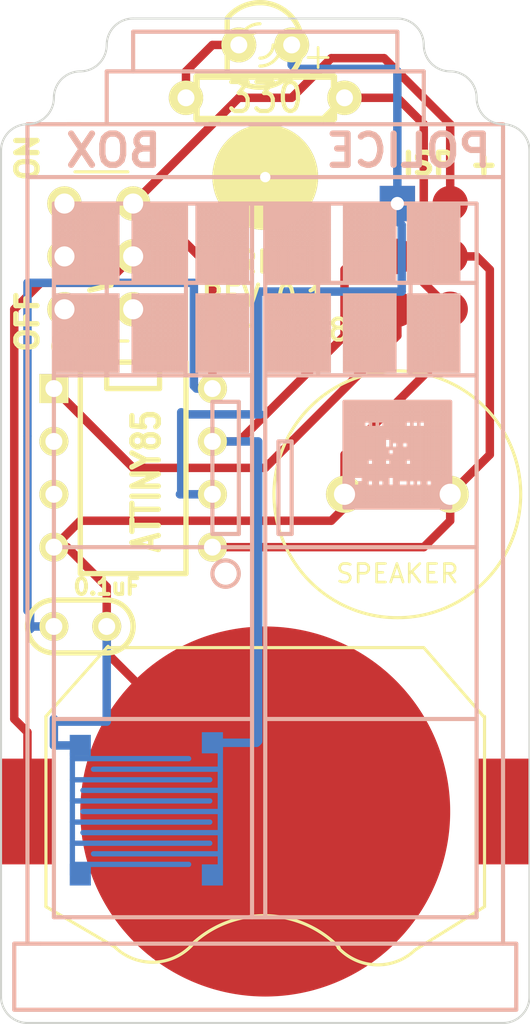
<source format=kicad_pcb>
(kicad_pcb (version 4) (host pcbnew 4.0.7)
  (layers (0 F.Cu signal) (31 B.Cu signal) (34 B.Paste user) (35 F.Paste user) (36 B.SilkS user) (37 F.SilkS user) (38 B.Mask user) (39 F.Mask user) (44 Edge.Cuts user))
  (net 0 "")
  (net 1 +BATT)
  (net 2 GND)
  (net 3 "Net-(BT1-Pad1)")
  (net 4 "Net-(D4-Pad2)")
  (net 5 "Net-(IC1-Pad2)")
  (net 6 "Net-(IC1-Pad3)")
  (net 7 "Net-(CON1-Pad1)")
  (net 8 "Net-(CON1-Pad5)")
  (net 9 "Net-(CON1-Pad4)")
  (net 10 "Net-(CON1-Pad3)")
  (module footprints:BATT_CR2032_SMD (layer F.Cu) (at 142.24 132.08)
    (fp_text reference BT1 hide)
    (fp_text value BATTERY hide)
    (pad 2 smd circle (at 0 0) (size 17.78 17.78) (layers F.Cu F.Paste F.Mask) (net 2 GND))
    (pad 1 smd rect (at -11.43 0) (size 2.54 5.08) (layers F.Cu F.Paste F.Mask) (net 3 "Net-(BT1-Pad1)"))
    (pad 1 smd rect (at 11.43 0) (size 2.54 5.08) (layers F.Cu F.Paste F.Mask) (net 3 "Net-(BT1-Pad1)"))
  )
  (module window3 (layer B.Cu) (at 132.08 102.87)
    (fp_text reference LOGO hide)
    (fp_text value "" (at 0 0) (layer B.SilkS) (effects (justify mirror)))
  )
  (module 078hole (layer F.Cu) (at 142.24 101.6)
    (fp_text reference HOLE_2 hide)
    (fp_text value CONN_1 hide)
    (pad "" thru_hole circle (at 0 0) (size 5.08 5.08) (drill 0.5) (layers *.Cu F.Paste F.SilkS F.Mask))
  )
  (module window3 (layer B.Cu) (at 142.24 102.87)
    (fp_text reference LOGO hide)
    (fp_text value "" (at 0 0) (layer B.SilkS) (effects (justify mirror)))
  )
  (module sign (layer B.Cu) (at 146.05 112.395)
    (fp_text reference LOGO hide)
    (fp_text value "" (at 0 0) (layer B.SilkS) (effects (justify mirror)))
  )
  (module footprints:Pin_Header_Straight_2x03_Pitch2.54mm (layer F.Cu) (at 148.59 102.87)
    (fp_text reference CON1 hide)
    (fp_text value AVR-ISP-6)
    (pad 1 thru_hole rect (at 0 0) (size 1.7 1.7) (drill 0.635) (layers *.Cu F.Mask) (net 7 "Net-(CON1-Pad1)"))
    (pad 2 smd oval (at 2.54 0) (size 1.7 1.7) (layers F.Cu F.Paste F.Mask) (net 1 +BATT))
    (pad 3 smd oval (at 0 2.54) (size 1.7 1.7) (layers F.Cu F.Paste F.Mask) (net 10 "Net-(CON1-Pad3)"))
    (pad 4 smd oval (at 2.54 2.54) (size 1.7 1.7) (layers F.Cu F.Paste F.Mask) (net 9 "Net-(CON1-Pad4)"))
    (pad 5 smd oval (at 0 5.08) (size 1.7 1.7) (layers F.Cu F.Paste F.Mask) (net 8 "Net-(CON1-Pad5)"))
    (pad 6 smd oval (at 2.54 5.08) (size 1.7 1.7) (layers F.Cu F.Paste F.Mask) (net 2 GND))
  )
  (module footprints:DIP-8__300 (layer F.Cu) (at 135.89 115.57 270)
    (fp_text reference IC1 hide)
    (fp_text value ATTINY85 (at 0.635 -0.635 270) (layer F.SilkS) (effects (font (size 1.27 1.016) (thickness 0.254))))
    (pad 1 thru_hole rect (at -3.81 3.81 270) (size 1.397 1.397) (drill 0.8128) (layers *.Cu *.Mask F.SilkS) (net 8 "Net-(CON1-Pad5)"))
    (pad 2 thru_hole circle (at -1.27 3.81 270) (size 1.397 1.397) (drill 0.8128) (layers *.Cu *.Mask F.SilkS) (net 5 "Net-(IC1-Pad2)"))
    (pad 3 thru_hole circle (at 1.27 3.81 270) (size 1.397 1.397) (drill 0.8128) (layers *.Cu *.Mask F.SilkS) (net 6 "Net-(IC1-Pad3)"))
    (pad 4 thru_hole circle (at 3.81 3.81 270) (size 1.397 1.397) (drill 0.8128) (layers *.Cu *.Mask F.SilkS) (net 2 GND))
    (pad 5 thru_hole circle (at 3.81 -3.81 270) (size 1.397 1.397) (drill 0.8128) (layers *.Cu *.Mask F.SilkS) (net 9 "Net-(CON1-Pad4)"))
    (pad 6 thru_hole circle (at 1.27 -3.81 270) (size 1.397 1.397) (drill 0.8128) (layers *.Cu *.Mask F.SilkS) (net 7 "Net-(CON1-Pad1)"))
    (pad 7 thru_hole circle (at -1.27 -3.81 270) (size 1.397 1.397) (drill 0.8128) (layers *.Cu *.Mask F.SilkS) (net 10 "Net-(CON1-Pad3)"))
    (pad 8 thru_hole circle (at -3.81 -3.81 270) (size 1.397 1.397) (drill 0.8128) (layers *.Cu *.Mask F.SilkS) (net 1 +BATT))
  )
  (module footprints:R3-LARGE_PADS (layer F.Cu) (at 142.24 97.79 180)
    (fp_text reference R1 hide)
    (fp_text value 330 (at 0 0 180) (layer F.SilkS) (effects (font (size 1.397 1.27) (thickness 0.2032))))
    (pad 1 thru_hole circle (at -3.81 0 180) (size 1.651 1.651) (drill 0.8128) (layers *.Cu *.Mask F.SilkS) (net 2 GND))
    (pad 2 thru_hole circle (at 3.81 0 180) (size 1.651 1.651) (drill 0.8128) (layers *.Cu *.Mask F.SilkS) (net 4 "Net-(D4-Pad2)"))
  )
  (module footprints:SPEAKER (layer F.Cu) (at 148.59 116.84 90)
    (fp_text reference SP1 hide)
    (fp_text value SPEAKER (at -3.81 0 180) (layer F.SilkS) (effects (font (size 0.889 0.889) (thickness 0.127))))
    (pad 2 thru_hole circle (at 0 2.54 90) (size 1.778 1.778) (drill 1.016) (layers *.Cu *.Mask F.SilkS) (net 9 "Net-(CON1-Pad4)"))
    (pad 1 thru_hole circle (at 0 -2.54 90) (size 1.778 1.778) (drill 1.016) (layers *.Cu *.Mask F.SilkS) (net 2 GND))
  )
  (module footprints:SW_PUSH_TOUCH (layer B.Cu) (at 136.525 132.08 90)
    (fp_text reference SW1 hide)
    (fp_text value TOUCH hide)
    (fp_line (start -2.54 -3.556) (end -2.54 2.032) (layer B.Cu) (width 0.254))
    (fp_line (start 2.54 -3.556) (end 2.54 2.032) (layer B.Cu) (width 0.254))
    (fp_line (start -2.032 3.556) (end -2.032 -2.54) (layer B.Cu) (width 0.254))
    (fp_line (start 2.032 3.556) (end 2.032 -2.54) (layer B.Cu) (width 0.254))
    (fp_line (start -1.524 -3.556) (end -1.524 3.048) (layer B.Cu) (width 0.254))
    (fp_line (start 1.524 -3.556) (end 1.524 3.048) (layer B.Cu) (width 0.254))
    (fp_line (start 1.016 3.556) (end 1.016 -3.048) (layer B.Cu) (width 0.254))
    (fp_line (start -1.016 3.556) (end -1.016 -3.048) (layer B.Cu) (width 0.254))
    (fp_line (start -0.508 -3.556) (end -0.508 3.048) (layer B.Cu) (width 0.254))
    (fp_line (start 0.508 -3.556) (end 0.508 3.048) (layer B.Cu) (width 0.254))
    (fp_line (start 0 3.556) (end 0 -3.048) (layer B.Cu) (width 0.254))
    (fp_line (start -3.302 3.048) (end -2.794 3.556) (layer B.Cu) (width 0.254))
    (fp_line (start -2.794 3.556) (end 3.048 3.556) (layer B.Cu) (width 0.254))
    (fp_line (start 3.048 3.556) (end 3.556 3.048) (layer B.Cu) (width 0.254))
    (fp_line (start -3.048 -3.556) (end 2.794 -3.556) (layer B.Cu) (width 0.254))
    (fp_line (start 2.794 -3.556) (end 3.302 -3.048) (layer B.Cu) (width 0.254))
    (pad 1 smd rect (at 3.302 3.175 90) (size 1.016 1.016) (layers B.Cu B.Paste B.Mask) (net 10 "Net-(CON1-Pad3)"))
    (pad 2 smd rect (at 3.175 -3.175 90) (size 1.016 1.016) (layers B.Cu B.Paste B.Mask) (net 2 GND))
    (pad 1 smd rect (at -3.048 3.175 90) (size 1.016 1.016) (layers B.Cu B.Paste B.Mask) (net 10 "Net-(CON1-Pad3)"))
    (pad 2 smd rect (at -3.048 -3.175 90) (size 1.016 1.016) (layers B.Cu B.Paste B.Mask) (net 2 GND))
  )
  (module footprints:SW_SPST (layer F.Cu) (at 135.89 105.41)
    (fp_text reference SW2 hide)
    (fp_text value ON hide)
    (pad 2 thru_hole circle (at 0 0) (size 1.651 1.651) (drill 0.9652) (layers *.Cu *.Mask F.SilkS) (net 3 "Net-(BT1-Pad1)"))
    (pad 1 thru_hole circle (at 0 -2.54) (size 1.651 1.651) (drill 0.9652) (layers *.Cu *.Mask F.SilkS) (net 1 +BATT))
    (pad 3 thru_hole circle (at 0 2.54) (size 1.651 1.651) (drill 0.9652) (layers *.Cu *.Mask F.SilkS))
    (pad 3 thru_hole circle (at -3.302 -2.54) (size 1.651 1.651) (drill 0.9652) (layers *.Cu *.Mask F.SilkS))
    (pad 3 thru_hole circle (at -3.302 0) (size 1.651 1.651) (drill 0.9652) (layers *.Cu *.Mask F.SilkS))
    (pad 3 thru_hole circle (at -3.302 2.54) (size 1.651 1.651) (drill 0.9652) (layers *.Cu *.Mask F.SilkS))
  )
  (module footprints:C1 (layer F.Cu) (at 133.35 123.19)
    (fp_text reference C1 hide)
    (fp_text value 0.1uF (at 1.27 -1.905 180) (layer F.SilkS) (effects (font (size 0.762 0.762) (thickness 0.1905))))
    (pad 1 thru_hole circle (at -1.27 0) (size 1.397 1.397) (drill 0.8128) (layers *.Cu *.Mask F.SilkS) (net 1 +BATT))
    (pad 2 thru_hole circle (at 1.27 0) (size 1.397 1.397) (drill 0.8128) (layers *.Cu *.Mask F.SilkS) (net 2 GND))
  )
  (module footprints:LED-3MM (layer F.Cu) (at 142.24 95.25 180)
    (fp_text reference D4 hide)
    (fp_text value LED hide)
    (fp_text user + (at -2.54 -0.508 180) (layer F.SilkS) (effects (font (size 1.27 1.27) (thickness 0.127))))
    (pad 1 thru_hole circle (at -1.27 0 180) (size 1.6764 1.6764) (drill 0.8128) (layers *.Cu *.Mask F.SilkS) (net 7 "Net-(CON1-Pad1)"))
    (pad 2 thru_hole circle (at 1.27 0 180) (size 1.6764 1.6764) (drill 0.8128) (layers *.Cu *.Mask F.SilkS) (net 4 "Net-(D4-Pad2)"))
  )
  (gr_text "ISP +" (at 151.13 100.965) (layer F.SilkS) (effects (font (size 1.016 1.016) (thickness 0.254))))
  (gr_line (start 146.05 117.475) (end 146.05 112.395) (angle 90) (layer B.SilkS) (width 0.2))
  (gr_line (start 146.685 117.475) (end 146.05 117.475) (angle 90) (layer B.SilkS) (width 0.2))
  (gr_line (start 151.13 117.475) (end 146.685 117.475) (angle 90) (layer B.SilkS) (width 0.2))
  (gr_line (start 151.13 112.395) (end 151.13 117.475) (angle 90) (layer B.SilkS) (width 0.2))
  (gr_line (start 146.05 112.395) (end 151.13 112.395) (angle 90) (layer B.SilkS) (width 0.2))
  (gr_line (start 143.51 114.3) (end 143.51 118.745) (angle 90) (layer B.SilkS) (width 0.2))
  (gr_line (start 142.875 114.3) (end 143.51 114.3) (angle 90) (layer B.SilkS) (width 0.2))
  (gr_line (start 142.875 118.745) (end 142.875 114.3) (angle 90) (layer B.SilkS) (width 0.2))
  (gr_line (start 143.51 118.745) (end 142.875 118.745) (angle 90) (layer B.SilkS) (width 0.2))
  (gr_line (start 140.97 112.395) (end 140.97 118.745) (angle 90) (layer B.SilkS) (width 0.2))
  (gr_line (start 139.7 112.395) (end 140.97 112.395) (angle 90) (layer B.SilkS) (width 0.2))
  (gr_line (start 139.7 118.745) (end 139.7 112.395) (angle 90) (layer B.SilkS) (width 0.2))
  (gr_line (start 140.97 118.745) (end 139.7 118.745) (angle 90) (layer B.SilkS) (width 0.2))
  (gr_line (start 140.97 117.475) (end 140.97 118.745) (angle 90) (layer B.SilkS) (width 0.2))
  (gr_line (start 132.08 103.124) (end 132.08 109.22) (angle 90) (layer F.SilkS) (width 0.2))
  (gr_line (start 132.08 106.68) (end 132.08 106.045) (angle 90) (layer F.SilkS) (width 0.2))
  (gr_line (start 135.89 94.615) (end 135.89 96.52) (angle 90) (layer B.SilkS) (width 0.2))
  (gr_line (start 148.59 94.615) (end 135.89 94.615) (angle 90) (layer B.SilkS) (width 0.2))
  (gr_line (start 148.59 96.52) (end 148.59 94.615) (angle 90) (layer B.SilkS) (width 0.2))
  (gr_line (start 149.86 96.52) (end 134.62 96.52) (angle 90) (layer B.SilkS) (width 0.2))
  (gr_text "TARDIS\nREV 0.1\nApr 2018" (at 139.065 107.315) (layer F.SilkS) (effects (font (size 1.016 1.016) (thickness 0.1905)) (justify left)))
  (gr_circle (center 140.335 120.65) (end 139.7 120.65) (layer B.SilkS) (width 0.2))
  (gr_line (start 142.24 106.68) (end 152.4 106.68) (angle 90) (layer B.SilkS) (width 0.2))
  (gr_line (start 132.08 106.68) (end 141.605 106.68) (angle 90) (layer B.SilkS) (width 0.2))
  (gr_line (start 149.225 102.87) (end 149.225 111.125) (angle 90) (layer B.SilkS) (width 0.2))
  (gr_line (start 144.78 102.87) (end 144.78 111.125) (angle 90) (layer B.SilkS) (width 0.2))
  (gr_line (start 138.43 102.87) (end 138.43 111.125) (angle 90) (layer B.SilkS) (width 0.2))
  (gr_line (start 134.62 102.87) (end 134.62 111.125) (angle 90) (layer B.SilkS) (width 0.2))
  (gr_line (start 142.24 119.38) (end 152.4 119.38) (angle 90) (layer B.SilkS) (width 0.2))
  (gr_line (start 142.24 127.635) (end 152.4 127.635) (angle 90) (layer B.SilkS) (width 0.2))
  (gr_line (start 132.08 127.635) (end 141.605 127.635) (angle 90) (layer B.SilkS) (width 0.2))
  (gr_line (start 132.08 119.38) (end 141.605 119.38) (angle 90) (layer B.SilkS) (width 0.2))
  (gr_line (start 142.24 111.125) (end 152.4 111.125) (angle 90) (layer B.SilkS) (width 0.2))
  (gr_line (start 132.08 111.125) (end 141.605 111.125) (angle 90) (layer B.SilkS) (width 0.2))
  (gr_line (start 142.24 102.87) (end 142.875 102.87) (angle 90) (layer B.SilkS) (width 0.2))
  (gr_line (start 142.24 137.16) (end 142.24 102.87) (angle 90) (layer B.SilkS) (width 0.2))
  (gr_line (start 141.605 102.87) (end 141.605 137.16) (angle 90) (layer B.SilkS) (width 0.2))
  (gr_line (start 152.4 137.16) (end 132.08 137.16) (angle 90) (layer B.SilkS) (width 0.2))
  (gr_line (start 152.4 102.87) (end 152.4 137.16) (angle 90) (layer B.SilkS) (width 0.2))
  (gr_line (start 132.08 102.87) (end 152.4 102.87) (angle 90) (layer B.SilkS) (width 0.2))
  (gr_line (start 132.08 137.16) (end 132.08 102.87) (angle 90) (layer B.SilkS) (width 0.2))
  (gr_line (start 153.67 101.6) (end 130.81 101.6) (angle 90) (layer B.SilkS) (width 0.2))
  (gr_line (start 134.62 96.52) (end 134.62 99.06) (angle 90) (layer B.SilkS) (width 0.2))
  (gr_line (start 149.86 98.425) (end 149.86 99.06) (angle 90) (layer B.SilkS) (width 0.2))
  (gr_line (start 149.86 96.52) (end 149.86 98.425) (angle 90) (layer B.SilkS) (width 0.2))
  (gr_text "POLICE       BOX" (at 142.875 100.33) (layer B.SilkS) (effects (font (size 1.5 1.5) (thickness 0.3)) (justify mirror)))
  (gr_line (start 131.445 138.43) (end 130.175 138.43) (angle 90) (layer B.SilkS) (width 0.2))
  (gr_line (start 131.445 138.43) (end 153.67 138.43) (angle 90) (layer B.SilkS) (width 0.2))
  (gr_line (start 130.81 99.695) (end 130.81 99.06) (angle 90) (layer B.SilkS) (width 0.2))
  (gr_line (start 153.67 99.695) (end 153.67 99.06) (angle 90) (layer B.SilkS) (width 0.2))
  (gr_line (start 133.35 99.06) (end 130.81 99.06) (angle 90) (layer B.SilkS) (width 0.2))
  (gr_line (start 132.715 99.06) (end 153.67 99.06) (angle 90) (layer B.SilkS) (width 0.2))
  (gr_arc (start 133.35 95.25) (end 134.62 95.25) (angle 90) (layer Edge.Cuts) (width 0.1))
  (gr_line (start 130.175 138.43) (end 130.81 138.43) (angle 90) (layer B.SilkS) (width 0.2))
  (gr_line (start 153.67 138.43) (end 153.67 99.695) (angle 90) (layer B.SilkS) (width 0.2))
  (gr_line (start 154.305 138.43) (end 153.67 138.43) (angle 90) (layer B.SilkS) (width 0.2))
  (gr_line (start 154.305 141.605) (end 154.305 138.43) (angle 90) (layer B.SilkS) (width 0.2))
  (gr_line (start 130.175 141.605) (end 154.305 141.605) (angle 90) (layer B.SilkS) (width 0.2))
  (gr_line (start 130.175 138.43) (end 130.175 141.605) (angle 90) (layer B.SilkS) (width 0.2))
  (gr_line (start 130.81 138.43) (end 130.81 99.695) (angle 90) (layer B.SilkS) (width 0.2))
  (gr_arc (start 153.67 97.79) (end 153.67 99.06) (angle 90) (layer Edge.Cuts) (width 0.1))
  (gr_line (start 135.89 93.98) (end 148.59 93.98) (angle 90) (layer Edge.Cuts) (width 0.1))
  (gr_line (start 129.54 140.97) (end 129.54 100.33) (angle 90) (layer Edge.Cuts) (width 0.1))
  (gr_line (start 153.67 142.24) (end 130.81 142.24) (angle 90) (layer Edge.Cuts) (width 0.1))
  (gr_line (start 154.94 100.33) (end 154.94 140.97) (angle 90) (layer Edge.Cuts) (width 0.1))
  (gr_arc (start 151.13 95.25) (end 151.13 96.52) (angle 90) (layer Edge.Cuts) (width 0.1))
  (gr_arc (start 130.81 97.79) (end 132.08 97.79) (angle 90) (layer Edge.Cuts) (width 0.1))
  (gr_arc (start 151.13 97.79) (end 151.13 96.52) (angle 90) (layer Edge.Cuts) (width 0.1))
  (gr_arc (start 148.59 95.25) (end 148.59 93.98) (angle 90) (layer Edge.Cuts) (width 0.1))
  (gr_arc (start 135.89 95.25) (end 134.62 95.25) (angle 90) (layer Edge.Cuts) (width 0.1))
  (gr_arc (start 133.35 97.79) (end 132.08 97.79) (angle 90) (layer Edge.Cuts) (width 0.1))
  (gr_arc (start 130.81 100.33) (end 129.54 100.33) (angle 90) (layer Edge.Cuts) (width 0.1))
  (gr_arc (start 153.67 100.33) (end 153.67 99.06) (angle 90) (layer Edge.Cuts) (width 0.1))
  (gr_arc (start 130.81 140.97) (end 130.81 142.24) (angle 90) (layer Edge.Cuts) (width 0.1))
  (gr_arc (start 153.67 140.97) (end 154.94 140.97) (angle 90) (layer Edge.Cuts) (width 0.1))
  (gr_text SWITCH (at 134.366 105.41 90) (layer F.SilkS) (effects (font (size 1.016 1.016) (thickness 0.254))))
  (gr_text "OFF       ON" (at 130.81 104.775 90) (layer F.SilkS) (effects (font (size 1.016 1.016) (thickness 0.254))))
  (segment (start 139.7 111.76) (end 138.938 111.76) (width 0.4064) (layer B.Cu) (net 1))
  (segment (start 131.064 123.19) (end 132.08 123.19) (width 0.4064) (layer B.Cu) (net 1))
  (segment (start 130.937 123.317) (end 131.064 123.19) (width 0.4064) (layer B.Cu) (net 1))
  (segment (start 130.937 122.555) (end 130.937 123.317) (width 0.4064) (layer B.Cu) (net 1))
  (segment (start 130.81 122.428) (end 130.937 122.555) (width 0.4064) (layer B.Cu) (net 1))
  (segment (start 130.81 114.046) (end 130.81 122.428) (width 0.4064) (layer B.Cu) (net 1))
  (segment (start 130.81 106.68) (end 130.81 114.046) (width 0.4064) (layer B.Cu) (net 1))
  (segment (start 133.985 106.68) (end 130.81 106.68) (width 0.4064) (layer B.Cu) (net 1))
  (segment (start 138.811 106.68) (end 133.985 106.68) (width 0.4064) (layer B.Cu) (net 1))
  (segment (start 138.811 111.633) (end 138.811 106.68) (width 0.4064) (layer B.Cu) (net 1))
  (segment (start 138.938 111.76) (end 138.811 111.633) (width 0.4064) (layer B.Cu) (net 1))
  (segment (start 135.89 102.87) (end 136.525 102.87) (width 0.4064) (layer F.Cu) (net 1))
  (segment (start 136.525 102.87) (end 139.7 106.045) (width 0.4064) (layer F.Cu) (net 1))
  (segment (start 139.7 106.045) (end 139.7 111.76) (width 0.4064) (layer F.Cu) (net 1))
  (segment (start 151.13 102.87) (end 151.13 99.06) (width 0.4064) (layer F.Cu) (net 1))
  (segment (start 140.97 97.79) (end 135.89 102.87) (width 0.4064) (layer F.Cu) (net 1))
  (segment (start 143.51 97.79) (end 140.97 97.79) (width 0.4064) (layer F.Cu) (net 1))
  (segment (start 145.415 95.885) (end 143.51 97.79) (width 0.4064) (layer F.Cu) (net 1))
  (segment (start 147.955 95.885) (end 145.415 95.885) (width 0.4064) (layer F.Cu) (net 1))
  (segment (start 151.13 99.06) (end 147.955 95.885) (width 0.4064) (layer F.Cu) (net 1))
  (segment (start 133.35 128.905) (end 132.207 128.905) (width 0.4064) (layer B.Cu) (net 2))
  (segment (start 134.62 127.762) (end 134.62 123.19) (width 0.4064) (layer B.Cu) (net 2))
  (segment (start 132.207 127.762) (end 134.62 127.762) (width 0.4064) (layer B.Cu) (net 2))
  (segment (start 132.08 127.635) (end 132.207 127.762) (width 0.4064) (layer B.Cu) (net 2))
  (segment (start 132.08 128.905) (end 132.08 127.635) (width 0.4064) (layer B.Cu) (net 2))
  (segment (start 132.207 128.905) (end 132.08 128.905) (width 0.4064) (layer B.Cu) (net 2))
  (segment (start 134.62 123.19) (end 134.62 124.46) (width 0.4064) (layer F.Cu) (net 2))
  (segment (start 134.62 124.46) (end 142.24 132.08) (width 0.4064) (layer F.Cu) (net 2))
  (segment (start 132.08 119.38) (end 132.715 119.38) (width 0.4064) (layer F.Cu) (net 2))
  (segment (start 132.715 119.38) (end 134.62 121.285) (width 0.4064) (layer F.Cu) (net 2))
  (segment (start 134.62 121.285) (end 134.62 123.19) (width 0.4064) (layer F.Cu) (net 2))
  (segment (start 142.24 132.08) (end 138.43 132.08) (width 0.6096) (layer F.Cu) (net 2))
  (segment (start 146.05 116.84) (end 146.05 117.475) (width 0.4064) (layer F.Cu) (net 2))
  (segment (start 146.05 117.475) (end 145.415 118.11) (width 0.4064) (layer F.Cu) (net 2))
  (segment (start 145.415 118.11) (end 133.35 118.11) (width 0.4064) (layer F.Cu) (net 2))
  (segment (start 133.35 118.11) (end 132.08 119.38) (width 0.4064) (layer F.Cu) (net 2))
  (segment (start 146.05 116.84) (end 146.05 114.935) (width 0.4064) (layer F.Cu) (net 2))
  (segment (start 151.13 109.855) (end 151.13 107.95) (width 0.4064) (layer F.Cu) (net 2))
  (segment (start 146.05 114.935) (end 151.13 109.855) (width 0.4064) (layer F.Cu) (net 2))
  (segment (start 151.13 107.95) (end 149.86 106.68) (width 0.4064) (layer F.Cu) (net 2))
  (segment (start 148.59 97.79) (end 146.05 97.79) (width 0.4064) (layer F.Cu) (net 2))
  (segment (start 149.86 99.06) (end 148.59 97.79) (width 0.4064) (layer F.Cu) (net 2))
  (segment (start 149.86 106.68) (end 149.86 99.06) (width 0.4064) (layer F.Cu) (net 2))
  (segment (start 130.81 132.08) (end 130.81 128.27) (width 0.4064) (layer F.Cu) (net 3))
  (segment (start 134.62 106.68) (end 135.89 105.41) (width 0.4064) (layer F.Cu) (net 3))
  (segment (start 131.445 106.68) (end 134.62 106.68) (width 0.4064) (layer F.Cu) (net 3))
  (segment (start 130.175 107.95) (end 131.445 106.68) (width 0.4064) (layer F.Cu) (net 3))
  (segment (start 130.175 127.635) (end 130.175 107.95) (width 0.4064) (layer F.Cu) (net 3))
  (segment (start 130.81 128.27) (end 130.175 127.635) (width 0.4064) (layer F.Cu) (net 3))
  (segment (start 138.43 97.79) (end 138.43 96.52) (width 0.4064) (layer F.Cu) (net 4))
  (segment (start 139.7 95.25) (end 140.97 95.25) (width 0.4064) (layer F.Cu) (net 4))
  (segment (start 138.43 96.52) (end 139.7 95.25) (width 0.4064) (layer F.Cu) (net 4))
  (segment (start 139.7 116.84) (end 138.14 116.84) (width 0.4064) (layer B.Cu) (net 7))
  (segment (start 148.8 103.9) (end 148.59 103.69) (width 0.4064) (layer B.Cu) (net 7))
  (segment (start 148.8 107.1) (end 148.8 103.9) (width 0.4064) (layer B.Cu) (net 7))
  (segment (start 141.9 107.1) (end 148.8 107.1) (width 0.4064) (layer B.Cu) (net 7))
  (segment (start 141.9 112.9) (end 141.9 107.1) (width 0.4064) (layer B.Cu) (net 7))
  (segment (start 142 113) (end 141.9 112.9) (width 0.4064) (layer B.Cu) (net 7))
  (segment (start 138.3 113) (end 142 113) (width 0.4064) (layer B.Cu) (net 7))
  (segment (start 138.2 112.9) (end 138.3 113) (width 0.4064) (layer B.Cu) (net 7))
  (segment (start 138.2 116.78) (end 138.2 112.9) (width 0.4064) (layer B.Cu) (net 7))
  (segment (start 138.14 116.84) (end 138.2 116.78) (width 0.4064) (layer B.Cu) (net 7))
  (segment (start 148.59 103.69) (end 148.59 102.87) (width 0.4064) (layer B.Cu) (net 7))
  (segment (start 148.59 102.87) (end 148.59 96.51) (width 0.4064) (layer B.Cu) (net 7))
  (segment (start 143.51 96.21) (end 143.51 95.25) (width 0.4064) (layer B.Cu) (net 7))
  (segment (start 143.7 96.4) (end 143.51 96.21) (width 0.4064) (layer B.Cu) (net 7))
  (segment (start 148.48 96.4) (end 143.7 96.4) (width 0.4064) (layer B.Cu) (net 7))
  (segment (start 148.59 96.51) (end 148.48 96.4) (width 0.4064) (layer B.Cu) (net 7))
  (segment (start 148.59 107.95) (end 148.59 109.22) (width 0.4064) (layer F.Cu) (net 8))
  (segment (start 135.89 115.57) (end 132.08 111.76) (width 0.4064) (layer F.Cu) (net 8))
  (segment (start 142.24 115.57) (end 135.89 115.57) (width 0.4064) (layer F.Cu) (net 8))
  (segment (start 148.59 109.22) (end 142.24 115.57) (width 0.4064) (layer F.Cu) (net 8))
  (segment (start 139.7 119.38) (end 149.86 119.38) (width 0.4064) (layer F.Cu) (net 9))
  (segment (start 151.13 118.11) (end 151.13 116.84) (width 0.4064) (layer F.Cu) (net 9))
  (segment (start 149.86 119.38) (end 151.13 118.11) (width 0.4064) (layer F.Cu) (net 9))
  (segment (start 151.13 117.475) (end 151.13 116.84) (width 0.4064) (layer F.Cu) (net 9))
  (segment (start 151.13 116.84) (end 153.035 114.935) (width 0.4064) (layer F.Cu) (net 9))
  (segment (start 152.4 105.41) (end 151.13 105.41) (width 0.4064) (layer F.Cu) (net 9))
  (segment (start 153.035 106.045) (end 152.4 105.41) (width 0.4064) (layer F.Cu) (net 9))
  (segment (start 153.035 114.935) (end 153.035 106.045) (width 0.4064) (layer F.Cu) (net 9))
  (segment (start 139.7 128.778) (end 141.822 128.778) (width 0.4064) (layer B.Cu) (net 10))
  (segment (start 141.9 114.3) (end 139.7 114.3) (width 0.4064) (layer B.Cu) (net 10))
  (segment (start 141.9 128.7) (end 141.9 114.3) (width 0.4064) (layer B.Cu) (net 10))
  (segment (start 141.822 128.778) (end 141.9 128.7) (width 0.4064) (layer B.Cu) (net 10))
  (segment (start 139.7 114.3) (end 140.97 114.3) (width 0.4064) (layer F.Cu) (net 10))
  (segment (start 146.685 105.41) (end 148.59 105.41) (width 0.4064) (layer F.Cu) (net 10))
  (segment (start 146.05 106.045) (end 146.685 105.41) (width 0.4064) (layer F.Cu) (net 10))
  (segment (start 146.05 109.22) (end 146.05 106.045) (width 0.4064) (layer F.Cu) (net 10))
  (segment (start 140.97 114.3) (end 146.05 109.22) (width 0.4064) (layer F.Cu) (net 10))
)
</source>
